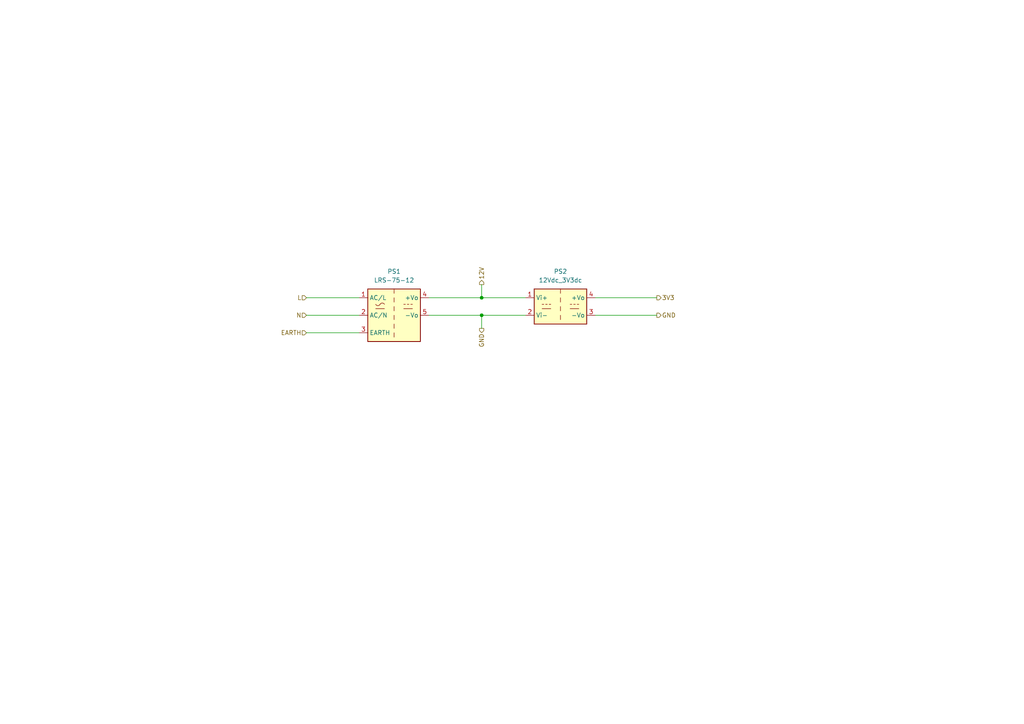
<source format=kicad_sch>
(kicad_sch (version 20231120) (generator "eeschema") (generator_version "8.0")
  (paper "A4")
  (title_block (title "Power") (date "2024-09-19") (rev "1.1") (company "Associació Cultural TGK") (comment 1 "Author: lluc"))
  (lib_symbols
    (symbol "cb_lib:DC/DC_12V_3V3"
      (property "Reference" "PS" (at 0 6.35 0))
      (property "Value" "12Vdc_3V3dc" (at 0 -6.35 0))
      (symbol "DC/DC_12V_3V3_0_1"
        (rectangle (start -7.62 5.08) (end 7.62 -5.08) (stroke (width 0.254)) (fill (type background)))
        (polyline (pts (xy -5.3385 0.6347) (xy -4.8305 0.6347)))
        (polyline (pts (xy -5.334 -0.635) (xy -2.794 -0.635)))
        (polyline (pts (xy -4.3225 0.6347) (xy -3.8145 0.6347)))
        (polyline (pts (xy -3.3065 0.6347) (xy -2.7985 0.6347)))
        (polyline (pts (xy 0 -2.54) (xy 0 -3.81)))
        (polyline (pts (xy 0 0) (xy 0 -1.27)))
        (polyline (pts (xy 0 2.54) (xy 0 1.27)))
        (polyline (pts (xy 0 5.08) (xy 0 3.81)))
        (polyline (pts (xy 2.794 -0.635) (xy 5.334 -0.635)))
        (polyline (pts (xy 2.794 0.635) (xy 3.302 0.635)))
        (polyline (pts (xy 3.81 0.635) (xy 4.318 0.635)))
        (polyline (pts (xy 4.826 0.635) (xy 5.334 0.635)))
      )
      (symbol "DC/DC_12V_3V3_1_1"
        (pin power_in line (at -10.16 2.54 0) (length 2.54) (name "Vi+") (number "1"))
        (pin power_in line (at -10.16 -2.54 0) (length 2.54) (name "Vi-") (number "2"))
        (pin power_out line (at 10.16 -2.54 180) (length 2.54) (name "-Vo") (number "3"))
        (pin power_out line (at 10.16 2.54 180) (length 2.54) (name "+Vo") (number "4"))
      )
    )
    (symbol "cb_lib:LRS-75-12"
      (property "Reference" "PS" (at 0 6.35 0))
      (property "Value" "LRS-75-12" (at 0 -11.684 0))
      (symbol "LRS-75-12_0_1"
        (rectangle (start -7.62 5.08) (end 7.62 -10.16) (stroke (width 0.254)) (fill (type background)))
        (arc (start -5.334 0.635) (mid -4.699 0.2495) (end -4.064 0.635))
        (arc (start -2.794 0.635) (mid -3.429 1.0072) (end -4.064 0.635))
        (polyline (pts (xy -5.334 -0.635) (xy -2.794 -0.635)))
        (polyline (pts (xy 0 -7.62) (xy 0 -8.89)))
        (polyline (pts (xy 0 -5.08) (xy 0 -6.35)))
        (polyline (pts (xy 0 -2.54) (xy 0 -3.81)))
        (polyline (pts (xy 0 0) (xy 0 -1.27)))
        (polyline (pts (xy 0 2.54) (xy 0 1.27)))
        (polyline (pts (xy 0 5.08) (xy 0 3.81)))
        (polyline (pts (xy 2.794 -0.635) (xy 5.334 -0.635)))
        (polyline (pts (xy 2.794 0.635) (xy 3.302 0.635)))
        (polyline (pts (xy 3.81 0.635) (xy 4.318 0.635)))
        (polyline (pts (xy 4.826 0.635) (xy 5.334 0.635)))
      )
      (symbol "LRS-75-12_1_1"
        (pin power_in line (at -10.16 2.54 0) (length 2.54) (name "AC/L") (number "1"))
        (pin power_in line (at -10.16 -2.54 0) (length 2.54) (name "AC/N") (number "2"))
        (pin power_in line (at -10.16 -7.62 0) (length 2.54) (name "EARTH") (number "3"))
        (pin power_out line (at 10.16 2.54 180) (length 2.54) (name "+Vo") (number "4"))
        (pin power_out line (at 10.16 -2.54 180) (length 2.54) (name "-Vo") (number "5"))
      )
    )
  )
  (junction (at 139.7 91.44))
  (junction (at 139.7 86.36))
  (wire (pts (xy 139.7 82.55) (xy 139.7 86.36)))
  (wire (pts (xy 139.7 91.44) (xy 152.4 91.44)))
  (wire (pts (xy 88.9 86.36) (xy 104.14 86.36)))
  (wire (pts (xy 124.46 86.36) (xy 139.7 86.36)))
  (wire (pts (xy 139.7 91.44) (xy 139.7 95.25)))
  (wire (pts (xy 172.72 86.36) (xy 190.5 86.36)))
  (wire (pts (xy 88.9 96.52) (xy 104.14 96.52)))
  (wire (pts (xy 172.72 91.44) (xy 190.5 91.44)))
  (wire (pts (xy 124.46 91.44) (xy 139.7 91.44)))
  (wire (pts (xy 139.7 86.36) (xy 152.4 86.36)))
  (wire (pts (xy 88.9 91.44) (xy 104.14 91.44)))
  (hierarchical_label "GND" (shape output) (at 190.5 91.44 0))
  (hierarchical_label "12V" (shape output) (at 139.7 82.55 90))
  (hierarchical_label "N" (shape input) (at 88.9 91.44 180))
  (hierarchical_label "GND" (shape output) (at 139.7 95.25 270))
  (hierarchical_label "L" (shape input) (at 88.9 86.36 180))
  (hierarchical_label "EARTH" (shape input) (at 88.9 96.52 180))
  (hierarchical_label "3V3" (shape output) (at 190.5 86.36 0))
  (symbol (lib_id "cb_lib:DC/DC_12V_3V3") (at 162.56 88.9 0) (unit 1)
    (property "Reference" "PS2" (at 162.56 78.74 0))
    (property "Value" "12Vdc_3V3dc" (at 162.56 81.28 0))
    (property "Description" "DC/DC Converter 12V to 3V3" (effects (hide yes)))
  )
  (symbol (lib_id "cb_lib:LRS-75-12") (at 114.3 88.9 0) (unit 1)
    (property "Reference" "PS1" (at 114.3 78.74 0))
    (property "Value" "LRS-75-12" (at 114.3 81.28 0))
    (property "Description" "Meanwell AC/DC converter, 80-264VAC, output 12V, 75 watts" (effects (hide yes)))
  )
)
</source>
